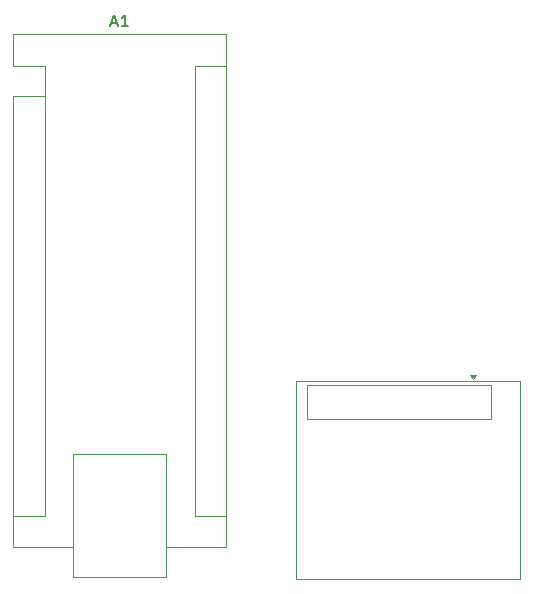
<source format=gbr>
%TF.GenerationSoftware,KiCad,Pcbnew,8.0.6*%
%TF.CreationDate,2024-12-06T13:27:22+03:00*%
%TF.ProjectId,AKB_BAS,414b425f-4241-4532-9e6b-696361645f70,rev?*%
%TF.SameCoordinates,Original*%
%TF.FileFunction,Legend,Top*%
%TF.FilePolarity,Positive*%
%FSLAX46Y46*%
G04 Gerber Fmt 4.6, Leading zero omitted, Abs format (unit mm)*
G04 Created by KiCad (PCBNEW 8.0.6) date 2024-12-06 13:27:22*
%MOMM*%
%LPD*%
G01*
G04 APERTURE LIST*
%ADD10C,0.150000*%
%ADD11C,0.120000*%
G04 APERTURE END LIST*
D10*
X133905714Y-52059104D02*
X134381904Y-52059104D01*
X133810476Y-52344819D02*
X134143809Y-51344819D01*
X134143809Y-51344819D02*
X134477142Y-52344819D01*
X135334285Y-52344819D02*
X134762857Y-52344819D01*
X135048571Y-52344819D02*
X135048571Y-51344819D01*
X135048571Y-51344819D02*
X134953333Y-51487676D01*
X134953333Y-51487676D02*
X134858095Y-51582914D01*
X134858095Y-51582914D02*
X134762857Y-51630533D01*
D11*
%TO.C,U1*%
X164500000Y-82200000D02*
X164260000Y-81864000D01*
X164740000Y-81864000D01*
X164500000Y-82200000D01*
G36*
X164500000Y-82200000D02*
G01*
X164260000Y-81864000D01*
X164740000Y-81864000D01*
X164500000Y-82200000D01*
G37*
X149500000Y-99150000D02*
X149500000Y-82400000D01*
X168450000Y-99150000D02*
X149500000Y-99150000D01*
X150500000Y-85600000D02*
X150500000Y-82730000D01*
X166024000Y-85600000D02*
X150500000Y-85600000D01*
X150500000Y-82730000D02*
X155356000Y-82730000D01*
X150500000Y-82730000D02*
X166024000Y-82730000D01*
X166024000Y-82730000D02*
X166024000Y-85600000D01*
X166024000Y-82730000D02*
X166024000Y-82730000D01*
X149500000Y-82400000D02*
X168450000Y-82400000D01*
X168450000Y-82400000D02*
X168450000Y-99150000D01*
X166600000Y-82400000D02*
X166600000Y-82400000D01*
%TO.C,A1*%
X125600000Y-53030000D02*
X125600000Y-55700000D01*
X125600000Y-58240000D02*
X125600000Y-96470000D01*
X125600000Y-96470000D02*
X130680000Y-96470000D01*
X128270000Y-55700000D02*
X125600000Y-55700000D01*
X128270000Y-58240000D02*
X125600000Y-58240000D01*
X128270000Y-58240000D02*
X128270000Y-55700000D01*
X128270000Y-58240000D02*
X128270000Y-93800000D01*
X128270000Y-93800000D02*
X125600000Y-93800000D01*
X130680000Y-88590000D02*
X138560000Y-88590000D01*
X130680000Y-99010000D02*
X130680000Y-88590000D01*
X138560000Y-88590000D02*
X138560000Y-99010000D01*
X138560000Y-99010000D02*
X130680000Y-99010000D01*
X140970000Y-55700000D02*
X140970000Y-93800000D01*
X140970000Y-55700000D02*
X143640000Y-55700000D01*
X140970000Y-93800000D02*
X143640000Y-93800000D01*
X143640000Y-53030000D02*
X125600000Y-53030000D01*
X143640000Y-96470000D02*
X138560000Y-96470000D01*
X143640000Y-96470000D02*
X143640000Y-53030000D01*
%TD*%
M02*

</source>
